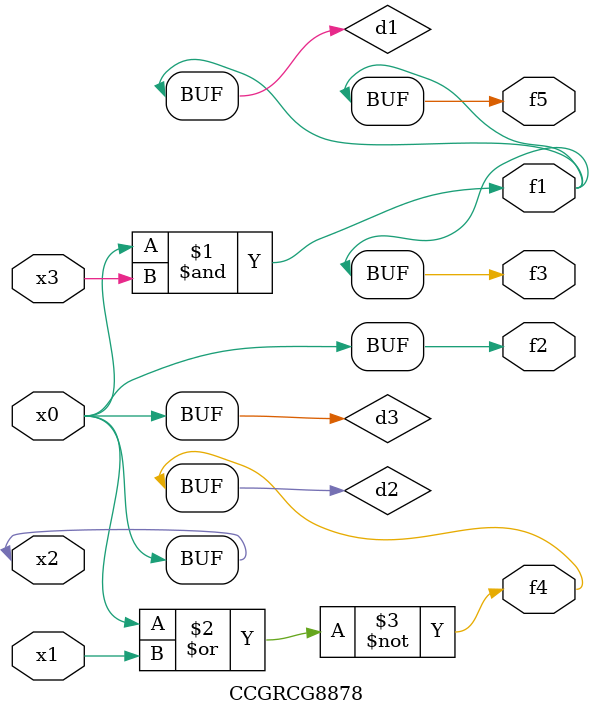
<source format=v>
module CCGRCG8878(
	input x0, x1, x2, x3,
	output f1, f2, f3, f4, f5
);

	wire d1, d2, d3;

	and (d1, x2, x3);
	nor (d2, x0, x1);
	buf (d3, x0, x2);
	assign f1 = d1;
	assign f2 = d3;
	assign f3 = d1;
	assign f4 = d2;
	assign f5 = d1;
endmodule

</source>
